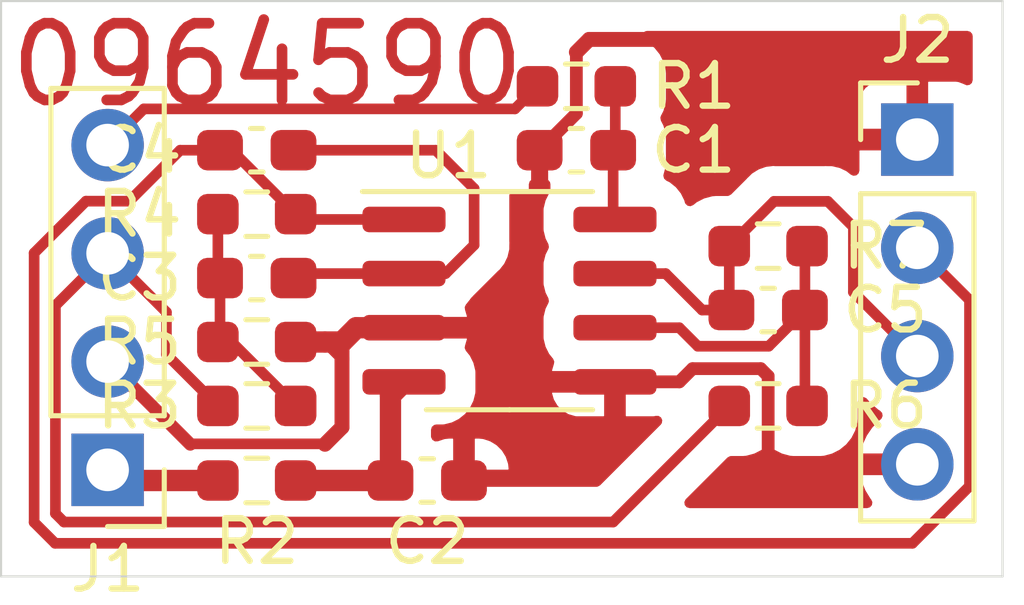
<source format=kicad_pcb>
(kicad_pcb (version 20211014) (generator pcbnew)
  (layers (0 "F.Cu" signal) (31 "B.Cu" signal) (34 "B.Paste" user) (35 "F.Paste" user) (36 "B.SilkS" user "B.Silkscreen") (37 "F.SilkS" user "F.Silkscreen") (38 "B.Mask" user) (39 "F.Mask" user) (44 "Edge.Cuts" user))
  (net 0 "")
  (net 1 "GND")
  (net 2 "Net-(C3-Pad2)")
  (net 3 "Net-(C3-Pad1)")
  (net 4 "+15V")
  (net 5 "-15V")
  (net 6 "/out_a")
  (net 7 "/fb_b")
  (net 8 "/out_b")
  (net 9 "/input")
  (net 10 "/15v")
  (net 11 "/-15v")
  (footprint "Capacitor_SMD:C_0603_1608Metric_Pad1.08x0.95mm_HandSolder" (layer "F.Cu") (at 145 109.5 180)
    (fp_text reference "C1" (at -2.75 0) (layer "F.SilkS"))
    (fp_text value "100n")
    (fp_line (start -0.146267 -0.51) (end 0.146267 -0.51) (layer "F.SilkS") (width 0.12))
    (fp_line (start -0.146267 0.51) (end 0.146267 0.51) (layer "F.SilkS") (width 0.12))
    (pad "1" smd roundrect locked (at -0.8625 0 180) (size 1.075 0.95) (layers "F.Cu" "F.Paste" "F.Mask") (net 10 "/15v"))
    (pad "2" smd roundrect locked (at 0.8625 0 180) (size 1.075 0.95) (layers "F.Cu" "F.Paste" "F.Mask") (net 1 "GND"))
  )
  (footprint "Capacitor_SMD:C_0603_1608Metric_Pad1.08x0.95mm_HandSolder" (layer "F.Cu") (at 141.5 117.25 180)
    (fp_text reference "C2" (at 0 -1.43) (layer "F.SilkS"))
    (fp_text value "100n")
    (fp_line (start -0.146267 -0.51) (end 0.146267 -0.51) (layer "F.SilkS") (width 0.12))
    (fp_line (start -0.146267 0.51) (end 0.146267 0.51) (layer "F.SilkS") (width 0.12))
    (pad "1" smd roundrect locked (at -0.8625 0 180) (size 1.075 0.95) (layers "F.Cu" "F.Paste" "F.Mask") (net 1 "GND"))
    (pad "2" smd roundrect locked (at 0.8625 0 180) (size 1.075 0.95) (layers "F.Cu" "F.Paste" "F.Mask") (net 11 "/-15v"))
  )
  (footprint "Capacitor_SMD:C_0603_1608Metric_Pad1.08x0.95mm_HandSolder" (layer "F.Cu") (at 137.5 112.5 180)
    (fp_text reference "C3" (at 2.75 0) (layer "F.SilkS"))
    (fp_text value "100n")
    (fp_line (start -0.146267 0.51) (end 0.146267 0.51) (layer "F.SilkS") (width 0.12))
    (fp_line (start -0.146267 -0.51) (end 0.146267 -0.51) (layer "F.SilkS") (width 0.12))
    (pad "1" smd roundrect locked (at -0.8625 0 180) (size 1.075 0.95) (layers "F.Cu" "F.Paste" "F.Mask") (net 3 "Net-(C3-Pad1)"))
    (pad "2" smd roundrect locked (at 0.8625 0 180) (size 1.075 0.95) (layers "F.Cu" "F.Paste" "F.Mask") (net 2 "Net-(C3-Pad2)"))
  )
  (footprint "Capacitor_SMD:C_0603_1608Metric_Pad1.08x0.95mm_HandSolder" (layer "F.Cu") (at 137.5 109.5)
    (fp_text reference "C4" (at -2.75 0) (layer "F.SilkS"))
    (fp_text value "100n")
    (fp_line (start -0.146267 -0.51) (end 0.146267 -0.51) (layer "F.SilkS") (width 0.12))
    (fp_line (start -0.146267 0.51) (end 0.146267 0.51) (layer "F.SilkS") (width 0.12))
    (pad "1" smd roundrect locked (at -0.8625 0) (size 1.075 0.95) (layers "F.Cu" "F.Paste" "F.Mask") (net 6 "/out_a"))
    (pad "2" smd roundrect locked (at 0.8625 0) (size 1.075 0.95) (layers "F.Cu" "F.Paste" "F.Mask") (net 3 "Net-(C3-Pad1)"))
  )
  (footprint "Capacitor_SMD:C_0603_1608Metric_Pad1.08x0.95mm_HandSolder" (layer "F.Cu") (at 149.5 113.25)
    (fp_text reference "C5" (at 2.75 0) (layer "F.SilkS"))
    (fp_text value "100n")
    (fp_line (start -0.146267 -0.51) (end 0.146267 -0.51) (layer "F.SilkS") (width 0.12))
    (fp_line (start -0.146267 0.51) (end 0.146267 0.51) (layer "F.SilkS") (width 0.12))
    (pad "1" smd roundrect locked (at -0.8625 0) (size 1.075 0.95) (layers "F.Cu" "F.Paste" "F.Mask") (net 8 "/out_b"))
    (pad "2" smd roundrect locked (at 0.8625 0) (size 1.075 0.95) (layers "F.Cu" "F.Paste" "F.Mask") (net 7 "/fb_b"))
  )
  (footprint "Connector_PinHeader_2.54mm:PinHeader_1x04_P2.54mm_Vertical" (layer "F.Cu") (at 134 117 180)
    (fp_text reference "J1" (at 0 -2.33) (layer "F.SilkS"))
    (fp_text value "input")
    (fp_line (start -1.33 1.27) (end 1.33 1.27) (layer "F.SilkS") (width 0.12))
    (fp_line (start 1.33 1.27) (end 1.33 8.95) (layer "F.SilkS") (width 0.12))
    (fp_line (start -1.33 1.27) (end -1.33 8.95) (layer "F.SilkS") (width 0.12))
    (fp_line (start -1.33 8.95) (end 1.33 8.95) (layer "F.SilkS") (width 0.12))
    (fp_line (start -1.33 0) (end -1.33 -1.33) (layer "F.SilkS") (width 0.12))
    (fp_line (start -1.33 -1.33) (end 0 -1.33) (layer "F.SilkS") (width 0.12))
    (pad "1" thru_hole rect locked (at 0 0 180) (size 1.7 1.7) (drill 1) (layers *.Cu *.Mask) (net 5 "-15V"))
    (pad "2" thru_hole oval locked (at 0 2.54 180) (size 1.7 1.7) (drill 1) (layers *.Cu *.Mask) (net 1 "GND"))
    (pad "3" thru_hole oval locked (at 0 5.08 180) (size 1.7 1.7) (drill 1) (layers *.Cu *.Mask) (net 9 "/input"))
    (pad "4" thru_hole oval locked (at 0 7.62 180) (size 1.7 1.7) (drill 1) (layers *.Cu *.Mask) (net 4 "+15V"))
  )
  (footprint "Connector_PinHeader_2.54mm:PinHeader_1x04_P2.54mm_Vertical" (layer "F.Cu") (at 153 109.25)
    (fp_text reference "J2" (at 0 -2.33) (layer "F.SilkS"))
    (fp_text value "output")
    (fp_line (start -1.33 0) (end -1.33 -1.33) (layer "F.SilkS") (width 0.12))
    (fp_line (start -1.33 1.27) (end -1.33 8.95) (layer "F.SilkS") (width 0.12))
    (fp_line (start -1.33 1.27) (end 1.33 1.27) (layer "F.SilkS") (width 0.12))
    (fp_line (start 1.33 1.27) (end 1.33 8.95) (layer "F.SilkS") (width 0.12))
    (fp_line (start -1.33 -1.33) (end 0 -1.33) (layer "F.SilkS") (width 0.12))
    (fp_line (start -1.33 8.95) (end 1.33 8.95) (layer "F.SilkS") (width 0.12))
    (pad "1" thru_hole rect locked (at 0 0) (size 1.7 1.7) (drill 1) (layers *.Cu *.Mask) (net 1 "GND"))
    (pad "2" thru_hole oval locked (at 0 2.54) (size 1.7 1.7) (drill 1) (layers *.Cu *.Mask) (net 6 "/out_a"))
    (pad "3" thru_hole oval locked (at 0 5.08) (size 1.7 1.7) (drill 1) (layers *.Cu *.Mask) (net 8 "/out_b"))
    (pad "4" thru_hole oval locked (at 0 7.62) (size 1.7 1.7) (drill 1) (layers *.Cu *.Mask) (net 1 "GND"))
  )
  (footprint "Resistor_SMD:R_0603_1608Metric_Pad0.98x0.95mm_HandSolder" (layer "F.Cu") (at 145 108)
    (fp_text reference "R1" (at 2.75 0) (layer "F.SilkS"))
    (fp_text value "10")
    (fp_line (start -0.254724 -0.5225) (end 0.254724 -0.5225) (layer "F.SilkS") (width 0.12))
    (fp_line (start -0.254724 0.5225) (end 0.254724 0.5225) (layer "F.SilkS") (width 0.12))
    (pad "1" smd roundrect locked (at -0.9125 0) (size 0.975 0.95) (layers "F.Cu" "F.Paste" "F.Mask") (net 4 "+15V"))
    (pad "2" smd roundrect locked (at 0.9125 0) (size 0.975 0.95) (layers "F.Cu" "F.Paste" "F.Mask") (net 10 "/15v"))
  )
  (footprint "Resistor_SMD:R_0603_1608Metric_Pad0.98x0.95mm_HandSolder" (layer "F.Cu") (at 137.5 117.25 180)
    (fp_text reference "R2" (at 0 -1.43) (layer "F.SilkS"))
    (fp_text value "10")
    (fp_line (start -0.254724 0.5225) (end 0.254724 0.5225) (layer "F.SilkS") (width 0.12))
    (fp_line (start -0.254724 -0.5225) (end 0.254724 -0.5225) (layer "F.SilkS") (width 0.12))
    (pad "1" smd roundrect locked (at -0.9125 0 180) (size 0.975 0.95) (layers "F.Cu" "F.Paste" "F.Mask") (net 11 "/-15v"))
    (pad "2" smd roundrect locked (at 0.9125 0 180) (size 0.975 0.95) (layers "F.Cu" "F.Paste" "F.Mask") (net 5 "-15V"))
  )
  (footprint "Resistor_SMD:R_0603_1608Metric_Pad0.98x0.95mm_HandSolder" (layer "F.Cu") (at 137.5 115.5 180)
    (fp_text reference "R3" (at 2.75 0) (layer "F.SilkS"))
    (fp_text value "10k")
    (fp_line (start -0.254724 -0.5225) (end 0.254724 -0.5225) (layer "F.SilkS") (width 0.12))
    (fp_line (start -0.254724 0.5225) (end 0.254724 0.5225) (layer "F.SilkS") (width 0.12))
    (pad "1" smd roundrect locked (at -0.9125 0 180) (size 0.975 0.95) (layers "F.Cu" "F.Paste" "F.Mask") (net 2 "Net-(C3-Pad2)"))
    (pad "2" smd roundrect locked (at 0.9125 0 180) (size 0.975 0.95) (layers "F.Cu" "F.Paste" "F.Mask") (net 9 "/input"))
  )
  (footprint "Resistor_SMD:R_0603_1608Metric_Pad0.98x0.95mm_HandSolder" (layer "F.Cu") (at 137.5 111 180)
    (fp_text reference "R4" (at 2.75 0) (layer "F.SilkS"))
    (fp_text value "10k")
    (fp_line (start -0.254724 0.5225) (end 0.254724 0.5225) (layer "F.SilkS") (width 0.12))
    (fp_line (start -0.254724 -0.5225) (end 0.254724 -0.5225) (layer "F.SilkS") (width 0.12))
    (pad "1" smd roundrect locked (at -0.9125 0 180) (size 0.975 0.95) (layers "F.Cu" "F.Paste" "F.Mask") (net 6 "/out_a"))
    (pad "2" smd roundrect locked (at 0.9125 0 180) (size 0.975 0.95) (layers "F.Cu" "F.Paste" "F.Mask") (net 2 "Net-(C3-Pad2)"))
  )
  (footprint "Resistor_SMD:R_0603_1608Metric_Pad0.98x0.95mm_HandSolder" (layer "F.Cu") (at 137.5 114)
    (fp_text reference "R5" (at -2.75 0) (layer "F.SilkS"))
    (fp_text value "10k")
    (fp_line (start -0.254724 0.5225) (end 0.254724 0.5225) (layer "F.SilkS") (width 0.12))
    (fp_line (start -0.254724 -0.5225) (end 0.254724 -0.5225) (layer "F.SilkS") (width 0.12))
    (pad "1" smd roundrect locked (at -0.9125 0) (size 0.975 0.95) (layers "F.Cu" "F.Paste" "F.Mask") (net 2 "Net-(C3-Pad2)"))
    (pad "2" smd roundrect locked (at 0.9125 0) (size 0.975 0.95) (layers "F.Cu" "F.Paste" "F.Mask") (net 1 "GND"))
  )
  (footprint "Resistor_SMD:R_0603_1608Metric_Pad0.98x0.95mm_HandSolder" (layer "F.Cu") (at 149.5 115.5 180)
    (fp_text reference "R6" (at -2.75 0) (layer "F.SilkS"))
    (fp_text value "10k")
    (fp_line (start -0.254724 0.5225) (end 0.254724 0.5225) (layer "F.SilkS") (width 0.12))
    (fp_line (start -0.254724 -0.5225) (end 0.254724 -0.5225) (layer "F.SilkS") (width 0.12))
    (pad "1" smd roundrect locked (at -0.9125 0 180) (size 0.975 0.95) (layers "F.Cu" "F.Paste" "F.Mask") (net 7 "/fb_b"))
    (pad "2" smd roundrect locked (at 0.9125 0 180) (size 0.975 0.95) (layers "F.Cu" "F.Paste" "F.Mask") (net 9 "/input"))
  )
  (footprint "Resistor_SMD:R_0603_1608Metric_Pad0.98x0.95mm_HandSolder" (layer "F.Cu") (at 149.5 111.75)
    (fp_text reference "R7" (at 2.75 0) (layer "F.SilkS"))
    (fp_text value "10k")
    (fp_line (start -0.254724 0.5225) (end 0.254724 0.5225) (layer "F.SilkS") (width 0.12))
    (fp_line (start -0.254724 -0.5225) (end 0.254724 -0.5225) (layer "F.SilkS") (width 0.12))
    (pad "1" smd roundrect locked (at -0.9125 0) (size 0.975 0.95) (layers "F.Cu" "F.Paste" "F.Mask") (net 8 "/out_b"))
    (pad "2" smd roundrect locked (at 0.9125 0) (size 0.975 0.95) (layers "F.Cu" "F.Paste" "F.Mask") (net 7 "/fb_b"))
  )
  (footprint "Package_SO:SOIC-8_3.9x4.9mm_P1.27mm" (layer "F.Cu") (at 143.43 113.03)
    (fp_text reference "U1" (at -1.43 -3.4) (layer "F.SilkS"))
    (fp_text value "LM358")
    (fp_line (start 0 2.56) (end -1.95 2.56) (layer "F.SilkS") (width 0.12))
    (fp_line (start 0 2.56) (end 1.95 2.56) (layer "F.SilkS") (width 0.12))
    (fp_line (start 0 -2.56) (end -3.45 -2.56) (layer "F.SilkS") (width 0.12))
    (fp_line (start 0 -2.56) (end 1.95 -2.56) (layer "F.SilkS") (width 0.12))
    (pad "1" smd roundrect locked (at -2.475 -1.905) (size 1.95 0.6) (layers "F.Cu" "F.Paste" "F.Mask") (net 6 "/out_a"))
    (pad "2" smd roundrect locked (at -2.475 -0.635) (size 1.95 0.6) (layers "F.Cu" "F.Paste" "F.Mask") (net 3 "Net-(C3-Pad1)"))
    (pad "3" smd roundrect locked (at -2.475 0.635) (size 1.95 0.6) (layers "F.Cu" "F.Paste" "F.Mask") (net 1 "GND"))
    (pad "4" smd roundrect locked (at -2.475 1.905) (size 1.95 0.6) (layers "F.Cu" "F.Paste" "F.Mask") (net 11 "/-15v"))
    (pad "5" smd roundrect locked (at 2.475 1.905) (size 1.95 0.6) (layers "F.Cu" "F.Paste" "F.Mask") (net 1 "GND"))
    (pad "6" smd roundrect locked (at 2.475 0.635) (size 1.95 0.6) (layers "F.Cu" "F.Paste" "F.Mask") (net 7 "/fb_b"))
    (pad "7" smd roundrect locked (at 2.475 -0.635) (size 1.95 0.6) (layers "F.Cu" "F.Paste" "F.Mask") (net 8 "/out_b"))
    (pad "8" smd roundrect locked (at 2.475 -1.905) (size 1.95 0.6) (layers "F.Cu" "F.Paste" "F.Mask") (net 10 "/15v"))
  )
  (gr_line (start 131.5 106) (end 131.5 119.5) (layer "Edge.Cuts") (width 0.05))
  (gr_line (start 155 106) (end 131.5 106) (layer "Edge.Cuts") (width 0.05))
  (gr_line (start 155 119.5) (end 155 106) (layer "Edge.Cuts") (width 0.05))
  (gr_line (start 131.5 119.5) (end 155 119.5) (layer "Edge.Cuts") (width 0.05))
  (gr_text "0964590" (at 137.75 107.5) (layer "F.Cu") (effects (font (size 1.8 1.8) (thickness 0.25))))
  (segment (start 149.32548 114.62548) (end 149.5 114.8) (width 0.3) (layer "F.Cu") (net 1))
  (segment (start 147.72642 114.62548) (end 149.32548 114.62548) (width 0.3) (layer "F.Cu") (net 1))
  (segment (start 139.835 113.665) (end 140.955 113.665) (width 0.5) (layer "F.Cu") (net 1))
  (segment (start 149.5 114.8) (end 149.5 116.6) (width 0.3) (layer "F.Cu") (net 1))
  (segment (start 135.94998 116.39) (end 135.93999 116.39999) (width 0.25) (layer "F.Cu") (net 1))
  (segment (start 147.72642 114.62548) (end 147.4169 114.935) (width 0.3) (layer "F.Cu") (net 1))
  (segment (start 139.5 114) (end 139.1 114) (width 0.5) (layer "F.Cu") (net 1))
  (segment (start 139.10001 116.39999) (end 139.09002 116.39) (width 0.25) (layer "F.Cu") (net 1))
  (segment (start 144.1375 109.5) (end 144.99952 108.63798) (width 0.3) (layer "F.Cu") (net 1))
  (segment (start 139.5 116) (end 139.10001 116.39999) (width 0.35) (layer "F.Cu") (net 1))
  (segment (start 147 106.9) (end 147.5 107.4) (width 0.35) (layer "F.Cu") (net 1))
  (segment (start 139.5 114) (end 139.5 114.4) (width 0.35) (layer "F.Cu") (net 1))
  (segment (start 144.99952 108.63798) (end 144.99952 107.20048) (width 0.3) (layer "F.Cu") (net 1))
  (segment (start 144.1375 109.5) (end 144.1375 110.5) (width 0.4) (layer "F.Cu") (net 1))
  (segment (start 139.5 114.4) (end 139.5 116) (width 0.35) (layer "F.Cu") (net 1))
  (segment (start 139.09002 116.39) (end 135.94998 116.39) (width 0.25) (layer "F.Cu") (net 1))
  (segment (start 147.4169 114.935) (end 145.905 114.935) (width 0.3) (layer "F.Cu") (net 1))
  (segment (start 144.99952 107.20048) (end 145.3 106.9) (width 0.35) (layer "F.Cu") (net 1))
  (segment (start 134 114.46) (end 135.93999 116.39999) (width 0.3) (layer "F.Cu") (net 1))
  (segment (start 139.5 114) (end 139.835 113.665) (width 0.5) (layer "F.Cu") (net 1))
  (segment (start 139.1 114) (end 138.4125 114) (width 0.5) (layer "F.Cu") (net 1))
  (segment (start 145.3 106.9) (end 147 106.9) (width 0.35) (layer "F.Cu") (net 1))
  (segment (start 139.1 114) (end 139.5 114.4) (width 0.25) (layer "F.Cu") (net 1))
  (segment (start 136.9125 114) (end 138.4125 115.5) (width 0.25) (layer "F.Cu") (net 2))
  (segment (start 136.6375 113.95) (end 136.5875 114) (width 0.25) (layer "F.Cu") (net 2))
  (segment (start 136.5875 112.45) (end 136.6375 112.5) (width 0.25) (layer "F.Cu") (net 2))
  (segment (start 136.5875 114) (end 136.9125 114) (width 0.25) (layer "F.Cu") (net 2))
  (segment (start 136.6375 112.5) (end 136.6375 113.95) (width 0.25) (layer "F.Cu") (net 2))
  (segment (start 136.5875 111) (end 136.5875 112.45) (width 0.25) (layer "F.Cu") (net 2))
  (segment (start 140.955 112.395) (end 141.93 112.395) (width 0.25) (layer "F.Cu") (net 3))
  (segment (start 142.6 111.725) (end 142.6 110.4) (width 0.25) (layer "F.Cu") (net 3))
  (segment (start 140.955 112.395) (end 138.4675 112.395) (width 0.25) (layer "F.Cu") (net 3))
  (segment (start 141.93 112.395) (end 142.6 111.725) (width 0.25) (layer "F.Cu") (net 3))
  (segment (start 142.6 110.4) (end 141.7 109.5) (width 0.25) (layer "F.Cu") (net 3))
  (segment (start 138.4675 112.395) (end 138.3625 112.5) (width 0.25) (layer "F.Cu") (net 3))
  (segment (start 141.7 109.5) (end 138.3625 109.5) (width 0.25) (layer "F.Cu") (net 3))
  (segment (start 134 109.38) (end 134.849999 108.530001) (width 0.25) (layer "F.Cu") (net 4))
  (segment (start 143.557499 108.530001) (end 144.0875 108) (width 0.25) (layer "F.Cu") (net 4))
  (segment (start 134.849999 108.530001) (end 143.557499 108.530001) (width 0.25) (layer "F.Cu") (net 4))
  (segment (start 134.25 117.25) (end 134 117) (width 0.5) (layer "F.Cu") (net 5))
  (segment (start 136.5875 117.25) (end 134.25 117.25) (width 0.5) (layer "F.Cu") (net 5))
  (segment (start 152.884972 118.72403) (end 154.224511 117.384491) (width 0.25) (layer "F.Cu") (net 6))
  (segment (start 154.224511 117.384491) (end 154.224511 113.014511) (width 0.25) (layer "F.Cu") (net 6))
  (segment (start 140.955 111.125) (end 138.5375 111.125) (width 0.25) (layer "F.Cu") (net 6))
  (segment (start 133.49279 110.695489) (end 132.27597 111.912309) (width 0.25) (layer "F.Cu") (net 6))
  (segment (start 136.6375 109.5) (end 135.702699 109.5) (width 0.25) (layer "F.Cu") (net 6))
  (segment (start 134.50721 110.695489) (end 133.49279 110.695489) (width 0.25) (layer "F.Cu") (net 6))
  (segment (start 132.76858 118.72403) (end 152.884972 118.72403) (width 0.25) (layer "F.Cu") (net 6))
  (segment (start 136.6375 109.5) (end 136.9125 109.5) (width 0.25) (layer "F.Cu") (net 6))
  (segment (start 132.27597 111.912309) (end 132.27597 118.23142) (width 0.25) (layer "F.Cu") (net 6))
  (segment (start 135.702699 109.5) (end 134.50721 110.695489) (width 0.25) (layer "F.Cu") (net 6))
  (segment (start 132.27597 118.23142) (end 132.76858 118.72403) (width 0.25) (layer "F.Cu") (net 6))
  (segment (start 154.224511 113.014511) (end 153 111.79) (width 0.25) (layer "F.Cu") (net 6))
  (segment (start 136.9125 109.5) (end 138.4125 111) (width 0.25) (layer "F.Cu") (net 6))
  (segment (start 138.5375 111.125) (end 138.4125 111) (width 0.25) (layer "F.Cu") (net 6))
  (segment (start 150.3625 111.8) (end 150.4125 111.75) (width 0.25) (layer "F.Cu") (net 7))
  (segment (start 150.3625 113.25) (end 150.3625 111.8) (width 0.25) (layer "F.Cu") (net 7))
  (segment (start 147.84952 114.09952) (end 149.51298 114.09952) (width 0.25) (layer "F.Cu") (net 7))
  (segment (start 150.3625 115.45) (end 150.4125 115.5) (width 0.25) (layer "F.Cu") (net 7))
  (segment (start 150.3625 113.25) (end 150.3625 115.45) (width 0.25) (layer "F.Cu") (net 7))
  (segment (start 145.905 113.665) (end 147.415 113.665) (width 0.25) (layer "F.Cu") (net 7))
  (segment (start 147.415 113.665) (end 147.84952 114.09952) (width 0.25) (layer "F.Cu") (net 7))
  (segment (start 149.51298 114.09952) (end 150.3625 113.25) (width 0.25) (layer "F.Cu") (net 7))
  (segment (start 147.95 113.25) (end 148.6375 113.25) (width 0.25) (layer "F.Cu") (net 8))
  (segment (start 147.095 112.395) (end 147.95 113.25) (width 0.25) (layer "F.Cu") (net 8))
  (segment (start 148.5875 111.75) (end 148.5875 113.2) (width 0.25) (layer "F.Cu") (net 8))
  (segment (start 151.5 111.3) (end 151.5 112.83) (width 0.25) (layer "F.Cu") (net 8))
  (segment (start 148.5875 111.75) (end 149.6375 110.7) (width 0.25) (layer "F.Cu") (net 8))
  (segment (start 149.6375 110.7) (end 150.9 110.7) (width 0.25) (layer "F.Cu") (net 8))
  (segment (start 148.5875 113.2) (end 148.6375 113.25) (width 0.25) (layer "F.Cu") (net 8))
  (segment (start 145.905 112.395) (end 147.095 112.395) (width 0.25) (layer "F.Cu") (net 8))
  (segment (start 151.5 112.83) (end 153 114.33) (width 0.25) (layer "F.Cu") (net 8))
  (segment (start 150.9 110.7) (end 151.5 111.3) (width 0.25) (layer "F.Cu") (net 8))
  (segment (start 134 111.92) (end 135.38 113.3) (width 0.25) (layer "F.Cu") (net 9))
  (segment (start 132.975489 118.224511) (end 132.775489 118.024511) (width 0.25) (layer "F.Cu") (net 9))
  (segment (start 132.775489 113.144511) (end 132.775489 118.024511) (width 0.25) (layer "F.Cu") (net 9))
  (segment (start 134 111.92) (end 132.775489 113.144511) (width 0.25) (layer "F.Cu") (net 9))
  (segment (start 132.975489 118.224511) (end 145.862989 118.224511) (width 0.25) (layer "F.Cu") (net 9))
  (segment (start 135.38 114.2925) (end 136.5875 115.5) (width 0.25) (layer "F.Cu") (net 9))
  (segment (start 145.862989 118.224511) (end 148.5875 115.5) (width 0.25) (layer "F.Cu") (net 9))
  (segment (start 135.38 113.3) (end 135.38 114.2925) (width 0.25) (layer "F.Cu") (net 9))
  (segment (start 145.8625 111.0825) (end 145.905 111.125) (width 0.25) (layer "F.Cu") (net 10))
  (segment (start 145.8625 109.5) (end 145.8625 111.0825) (width 0.25) (layer "F.Cu") (net 10))
  (segment (start 145.9125 109.45) (end 145.8625 109.5) (width 0.25) (layer "F.Cu") (net 10))
  (segment (start 145.9125 108) (end 145.9125 109.45) (width 0.25) (layer "F.Cu") (net 10))
  (segment (start 140.6375 117.25) (end 140.6375 115.2525) (width 0.5) (layer "F.Cu") (net 11))
  (segment (start 140.6375 115.2525) (end 140.955 114.935) (width 0.5) (layer "F.Cu") (net 11))
  (segment (start 138.4125 117.25) (end 140.6375 117.25) (width 0.5) (layer "F.Cu") (net 11))
  (zone (net 1) (net_name "GND") (layer "F.Cu") (connect_pads (clearance 0.7)) (min_thickness 0.25) (fill yes (thermal_gap 0.508) (thermal_bridge_width 0.508))
    (polygon (pts (xy 154.5 119) (xy 132 119) (xy 132 107) (xy 145 107) (xy 145.5 106.5) (xy 154.5 106.5)))
  )
)
</source>
